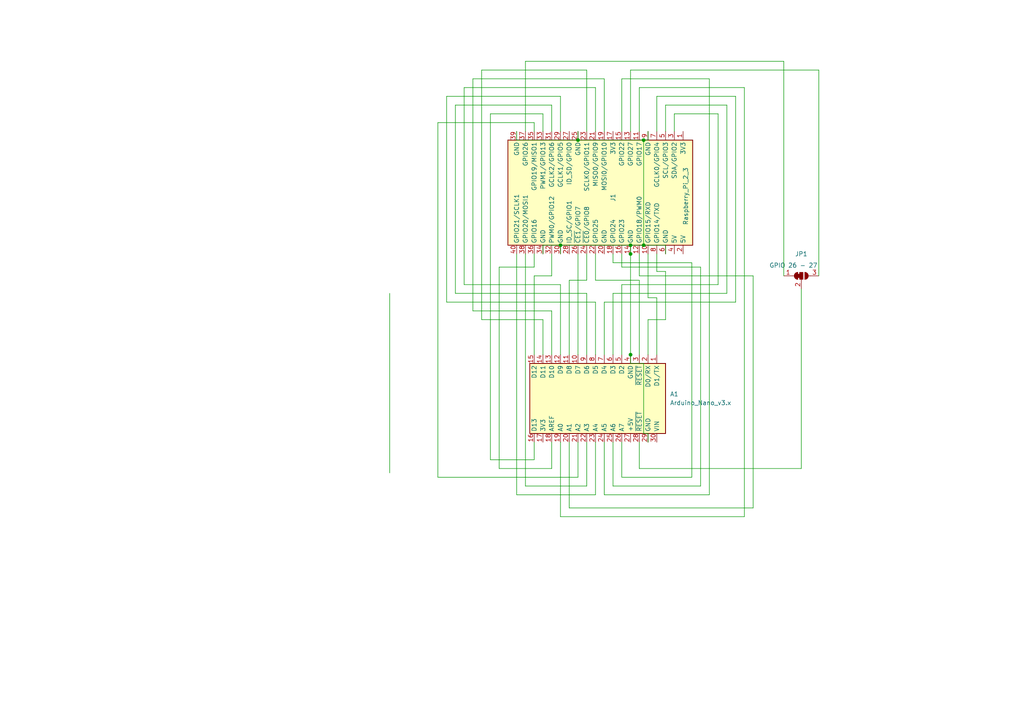
<source format=kicad_sch>
(kicad_sch (version 20231120) (generator "eeschema") (generator_version "8.0")
  (paper "A4")
  (lib_symbols
    (symbol "Arduino_Nano_v3.x_1"
      (property "Reference" "A4" (at -1.778 0 90))
      (property "Value" "Arduino_Nano_v3.x" (at 1.016 -6.096 90))
      (symbol "Arduino_Nano_v3.x_1_0_1"
        (rectangle (start -6.35 20.066) (end 6.35 -19.05) (stroke (width 0.254)) (fill (type background)))
      )
      (symbol "Arduino_Nano_v3.x_1_1_1"
        (pin bidirectional line (at -8.89 17.78 0) (length 2.54) (name "D1/TX") (number "1"))
        (pin bidirectional line (at -8.89 -5.08 0) (length 2.54) (name "D7") (number "10"))
        (pin bidirectional line (at -8.89 -7.62 0) (length 2.54) (name "D8") (number "11"))
        (pin bidirectional line (at -8.89 -10.16 0) (length 2.54) (name "D9") (number "12"))
        (pin bidirectional line (at -8.89 -12.7 0) (length 2.54) (name "D10") (number "13"))
        (pin bidirectional line (at -8.89 -15.24 0) (length 2.54) (name "D11") (number "14"))
        (pin bidirectional line (at -8.89 -17.78 0) (length 2.54) (name "D12") (number "15"))
        (pin bidirectional line (at 8.89 -17.78 180) (length 2.54) (name "D13") (number "16"))
        (pin power_out line (at 8.89 -15.24 180) (length 2.54) (name "3V3") (number "17"))
        (pin input line (at 8.89 -12.7 180) (length 2.54) (name "AREF") (number "18"))
        (pin bidirectional line (at 8.89 -10.16 180) (length 2.54) (name "A0") (number "19"))
        (pin bidirectional line (at -8.89 15.24 0) (length 2.54) (name "D0/RX") (number "2"))
        (pin bidirectional line (at 8.89 -7.62 180) (length 2.54) (name "A1") (number "20"))
        (pin bidirectional line (at 8.89 -5.08 180) (length 2.54) (name "A2") (number "21"))
        (pin bidirectional line (at 8.89 -2.54 180) (length 2.54) (name "A3") (number "22"))
        (pin bidirectional line (at 8.89 0 180) (length 2.54) (name "A4") (number "23"))
        (pin bidirectional line (at 8.89 2.54 180) (length 2.54) (name "A5") (number "24"))
        (pin bidirectional line (at 8.89 5.08 180) (length 2.54) (name "A6") (number "25"))
        (pin bidirectional line (at 8.89 7.62 180) (length 2.54) (name "A7") (number "26"))
        (pin power_out line (at 8.89 10.16 180) (length 2.54) (name "+5V") (number "27"))
        (pin input line (at 8.89 12.7 180) (length 2.54) (name "~{RESET}") (number "28"))
        (pin power_in line (at 8.89 15.24 180) (length 2.54) (name "GND") (number "29"))
        (pin input line (at -8.89 12.7 0) (length 2.54) (name "~{RESET}") (number "3"))
        (pin power_in line (at 8.89 17.78 180) (length 2.54) (name "VIN") (number "30"))
        (pin power_in line (at -8.89 10.16 0) (length 2.54) (name "GND") (number "4"))
        (pin bidirectional line (at -8.89 7.62 0) (length 2.54) (name "D2") (number "5"))
        (pin bidirectional line (at -8.89 5.08 0) (length 2.54) (name "D3") (number "6"))
        (pin bidirectional line (at -8.89 2.54 0) (length 2.54) (name "D4") (number "7"))
        (pin bidirectional line (at -8.89 0 0) (length 2.54) (name "D5") (number "8"))
        (pin bidirectional line (at -8.89 -2.54 0) (length 2.54) (name "D6") (number "9"))
      )
    )
    (symbol "Connector:Raspberry_Pi_2_3"
      (property "Reference" "J1" (at -47.3359 45.72 0))
      (property "Value" "Raspberry_Pi_2_3" (at -47.3359 43.18 0))
      (symbol "Raspberry_Pi_2_3_0_1"
        (rectangle (start -15.24 25.654) (end 15.24 -27.94) (stroke (width 0.254)) (fill (type background)))
      )
      (symbol "Raspberry_Pi_2_3_1_1"
        (pin power_in line (at -17.78 22.86 0) (length 2.54) (name "3V3") (number "1"))
        (pin bidirectional line (at 17.78 12.7 180) (length 2.54) (name "GPIO15/RXD") (number "10"))
        (pin bidirectional line (at -17.78 10.16 0) (length 2.54) (name "GPIO17") (number "11"))
        (pin bidirectional line (at 17.78 10.16 180) (length 2.54) (name "GPIO18/PWM0") (number "12"))
        (pin bidirectional line (at -17.78 7.62 0) (length 2.54) (name "GPIO27") (number "13"))
        (pin passive line (at 17.78 7.62 180) (length 2.54) (name "GND") (number "14"))
        (pin bidirectional line (at -17.78 5.08 0) (length 2.54) (name "GPIO22") (number "15"))
        (pin bidirectional line (at 17.78 5.08 180) (length 2.54) (name "GPIO23") (number "16"))
        (pin passive line (at -17.78 2.54 0) (length 2.54) (name "3V3") (number "17"))
        (pin bidirectional line (at 17.78 2.54 180) (length 2.54) (name "GPIO24") (number "18"))
        (pin bidirectional line (at -17.78 0 0) (length 2.54) (name "MOSI0/GPIO10") (number "19"))
        (pin power_in line (at 17.78 22.86 180) (length 2.54) (name "5V") (number "2"))
        (pin passive line (at 17.78 0 180) (length 2.54) (name "GND") (number "20"))
        (pin bidirectional line (at -17.78 -2.54 0) (length 2.54) (name "MISO0/GPIO9") (number "21"))
        (pin bidirectional line (at 17.78 -2.54 180) (length 2.54) (name "GPIO25") (number "22"))
        (pin bidirectional line (at -17.78 -5.08 0) (length 2.54) (name "SCLK0/GPIO11") (number "23"))
        (pin bidirectional line (at 17.78 -5.08 180) (length 2.54) (name "~{CE0}/GPIO8") (number "24"))
        (pin passive line (at -17.78 -7.62 0) (length 2.54) (name "GND") (number "25"))
        (pin bidirectional line (at 17.78 -7.62 180) (length 2.54) (name "~{CE1}/GPIO7") (number "26"))
        (pin bidirectional line (at -17.78 -10.16 0) (length 2.54) (name "ID_SD/GPIO0") (number "27"))
        (pin bidirectional line (at 17.78 -10.16 180) (length 2.54) (name "ID_SC/GPIO1") (number "28"))
        (pin bidirectional line (at -17.78 -12.7 0) (length 2.54) (name "GCLK1/GPIO5") (number "29"))
        (pin bidirectional line (at -17.78 20.32 0) (length 2.54) (name "SDA/GPIO2") (number "3"))
        (pin passive line (at 17.78 -12.7 180) (length 2.54) (name "GND") (number "30"))
        (pin bidirectional line (at -17.78 -15.24 0) (length 2.54) (name "GCLK2/GPIO6") (number "31"))
        (pin bidirectional line (at 17.78 -15.24 180) (length 2.54) (name "PWM0/GPIO12") (number "32"))
        (pin bidirectional line (at -17.78 -17.78 0) (length 2.54) (name "PWM1/GPIO13") (number "33"))
        (pin passive line (at 17.78 -17.78 180) (length 2.54) (name "GND") (number "34"))
        (pin bidirectional line (at -17.78 -20.32 0) (length 2.54) (name "GPIO19/MISO1") (number "35"))
        (pin bidirectional line (at 17.78 -20.32 180) (length 2.54) (name "GPIO16") (number "36"))
        (pin bidirectional line (at -17.78 -22.86 0) (length 2.54) (name "GPIO26") (number "37"))
        (pin bidirectional line (at 17.78 -22.86 180) (length 2.54) (name "GPIO20/MOSI1") (number "38"))
        (pin passive line (at -17.78 -25.4 0) (length 2.54) (name "GND") (number "39"))
        (pin passive line (at 17.78 20.32 180) (length 2.54) (name "5V") (number "4"))
        (pin bidirectional line (at 17.78 -25.4 180) (length 2.54) (name "GPIO21/SCLK1") (number "40"))
        (pin bidirectional line (at -17.78 17.78 0) (length 2.54) (name "SCL/GPIO3") (number "5"))
        (pin power_in line (at 17.78 17.78 180) (length 2.54) (name "GND") (number "6"))
        (pin bidirectional line (at -17.78 15.24 0) (length 2.54) (name "GCLK0/GPIO4") (number "7"))
        (pin bidirectional line (at 17.78 15.24 180) (length 2.54) (name "GPIO14/TXD") (number "8"))
        (pin passive line (at -17.78 12.7 0) (length 2.54) (name "GND") (number "9"))
      )
    )
    (symbol "Connector:TestPoint" (pin_numbers hide) (pin_names (offset 0.762) hide)
      (property "Reference" "TP" (at 0 6.858 0))
      (property "Value" "TestPoint" (at 0 5.08 0))
      (symbol "TestPoint_0_1"
        (circle (center 0 3.302) (radius 0.762))
      )
      (symbol "TestPoint_1_1"
        (pin passive line (at 0 0 90) (length 2.54) (name "1") (number "1"))
      )
    )
    (symbol "Connector_Generic:Conn_01x04" (pin_names (offset 1.016) hide)
      (property "Reference" "J" (at 0 5.08 0))
      (property "Value" "Conn_01x04" (at 0 -7.62 0))
      (symbol "Conn_01x04_1_1"
        (rectangle (start -1.27 -4.953) (end 0 -5.207) (stroke (width 0.1524)))
        (rectangle (start -1.27 -2.413) (end 0 -2.667) (stroke (width 0.1524)))
        (rectangle (start -1.27 0.127) (end 0 -0.127) (stroke (width 0.1524)))
        (rectangle (start -1.27 2.667) (end 0 2.413) (stroke (width 0.1524)))
        (rectangle (start -1.27 3.81) (end 1.27 -6.35) (stroke (width 0.254)) (fill (type background)))
        (pin passive line (at -5.08 2.54 0) (length 3.81) (name "Pin_1") (number "1"))
        (pin passive line (at -5.08 0 0) (length 3.81) (name "Pin_2") (number "2"))
        (pin passive line (at -5.08 -2.54 0) (length 3.81) (name "Pin_3") (number "3"))
        (pin passive line (at -5.08 -5.08 0) (length 3.81) (name "Pin_4") (number "4"))
      )
    )
    (symbol "Jumper:SolderJumper_2_Open" (pin_numbers hide) (pin_names (offset 0) hide) (exclude_from_sim yes) (in_bom no)
      (property "Reference" "JP" (at 0 2.032 0))
      (property "Value" "SolderJumper_2_Open" (at 0 -2.54 0))
      (symbol "SolderJumper_2_Open_0_1"
        (arc (start -0.254 1.016) (mid -1.2656 0) (end -0.254 -1.016))
        (arc (start -0.254 1.016) (mid -1.2656 0) (end -0.254 -1.016) (fill (type outline)))
        (polyline (pts (xy -0.254 1.016) (xy -0.254 -1.016)))
        (polyline (pts (xy 0.254 1.016) (xy 0.254 -1.016)))
        (arc (start 0.254 -1.016) (mid 1.2656 0) (end 0.254 1.016))
        (arc (start 0.254 -1.016) (mid 1.2656 0) (end 0.254 1.016) (fill (type outline)))
      )
      (symbol "SolderJumper_2_Open_1_1"
        (pin passive line (at -3.81 0 0) (length 2.54) (name "A") (number "1"))
        (pin passive line (at 3.81 0 180) (length 2.54) (name "B") (number "2"))
      )
    )
    (symbol "JumperlessSymbols:Arduino_Nano_v3.x"
      (property "Reference" "A1" (at -1.2701 21.59 90))
      (property "Value" "Arduino_Nano_v3.x" (at 1.2699 21.59 90))
      (symbol "Arduino_Nano_v3.x_0_1"
        (rectangle (start -10.16 20.32) (end 10.16 -19.05) (stroke (width 0.254)) (fill (type background)))
      )
      (symbol "Arduino_Nano_v3.x_1_1"
        (pin bidirectional line (at -12.7 17.78 0) (length 2.54) (name "D1/TX") (number "1"))
        (pin bidirectional line (at -12.7 -5.08 0) (length 2.54) (name "D7") (number "10"))
        (pin bidirectional line (at -12.7 -7.62 0) (length 2.54) (name "D8") (number "11"))
        (pin bidirectional line (at -12.7 -10.16 0) (length 2.54) (name "D9") (number "12"))
        (pin bidirectional line (at -12.7 -12.7 0) (length 2.54) (name "D10") (number "13"))
        (pin bidirectional line (at -12.7 -15.24 0) (length 2.54) (name "D11") (number "14"))
        (pin bidirectional line (at -12.7 -17.78 0) (length 2.54) (name "D12") (number "15"))
        (pin bidirectional line (at 12.7 -17.78 180) (length 2.54) (name "D13") (number "16"))
        (pin power_out line (at 12.7 -15.24 180) (length 2.54) (name "3V3") (number "17"))
        (pin input line (at 12.7 -12.7 180) (length 2.54) (name "AREF") (number "18"))
        (pin bidirectional line (at 12.7 -10.16 180) (length 2.54) (name "A0") (number "19"))
        (pin bidirectional line (at -12.7 15.24 0) (length 2.54) (name "D0/RX") (number "2"))
        (pin bidirectional line (at 12.7 -7.62 180) (length 2.54) (name "A1") (number "20"))
        (pin bidirectional line (at 12.7 -5.08 180) (length 2.54) (name "A2") (number "21"))
        (pin bidirectional line (at 12.7 -2.54 180) (length 2.54) (name "A3") (number "22"))
        (pin bidirectional line (at 12.7 0 180) (length 2.54) (name "A4") (number "23"))
        (pin bidirectional line (at 12.7 2.54 180) (length 2.54) (name "A5") (number "24"))
        (pin bidirectional line (at 12.7 5.08 180) (length 2.54) (name "A6") (number "25"))
        (pin bidirectional line (at 12.7 7.62 180) (length 2.54) (name "A7") (number "26"))
        (pin power_out line (at 12.7 10.16 180) (length 2.54) (name "+5V") (number "27"))
        (pin input line (at 12.7 12.7 180) (length 2.54) (name "~{RESET}") (number "28"))
        (pin power_in line (at 12.7 15.24 180) (length 2.54) (name "GND") (number "29"))
        (pin input line (at -12.7 12.7 0) (length 2.54) (name "~{RESET}") (number "3"))
        (pin power_in line (at 12.7 17.78 180) (length 2.54) (name "VIN") (number "30"))
        (pin power_in line (at -12.7 10.16 0) (length 2.54) (name "GND") (number "4"))
        (pin bidirectional line (at -12.7 7.62 0) (length 2.54) (name "D2") (number "5"))
        (pin bidirectional line (at -12.7 5.08 0) (length 2.54) (name "D3") (number "6"))
        (pin bidirectional line (at -12.7 2.54 0) (length 2.54) (name "D4") (number "7"))
        (pin bidirectional line (at -12.7 0 0) (length 2.54) (name "D5") (number "8"))
        (pin bidirectional line (at -12.7 -2.54 0) (length 2.54) (name "D6") (number "9"))
      )
    )
    (symbol "JumperlessSymbols:SolderJumper_3_Bridged12" (pin_names (offset 0) hide) (exclude_from_sim yes) (in_bom no)
      (property "Reference" "JP" (at -2.54 -2.54 0))
      (property "Value" "SolderJumper_3_Bridged12" (at 0 2.794 0))
      (symbol "SolderJumper_3_Bridged12_0_1"
        (rectangle (start -1.016 0.508) (end -0.508 -0.508) (fill (type outline)))
        (arc (start -1.016 1.016) (mid -2.0276 0) (end -1.016 -1.016))
        (arc (start -1.016 1.016) (mid -2.0276 0) (end -1.016 -1.016) (fill (type outline)))
        (rectangle (start -0.508 1.016) (end 0.508 -1.016) (fill (type outline)))
        (polyline (pts (xy -2.54 0) (xy -2.032 0)))
        (polyline (pts (xy -1.016 1.016) (xy -1.016 -1.016)))
        (polyline (pts (xy 0 -1.27) (xy 0 -1.016)))
        (polyline (pts (xy 1.016 1.016) (xy 1.016 -1.016)))
        (polyline (pts (xy 2.54 0) (xy 2.032 0)))
        (arc (start 1.016 -1.016) (mid 2.0276 0) (end 1.016 1.016))
        (arc (start 1.016 -1.016) (mid 2.0276 0) (end 1.016 1.016) (fill (type outline)))
      )
      (symbol "SolderJumper_3_Bridged12_1_1"
        (pin passive line (at -5.08 0 0) (length 2.54) (name "A") (number "1"))
        (pin passive line (at 0 -3.81 90) (length 2.54) (name "C") (number "2"))
        (pin passive line (at 5.08 0 180) (length 2.54) (name "B") (number "3"))
      )
    )
  )
  (junction (at 41.91 -83.82))
  (junction (at 31.75 -53.34))
  (junction (at 39.37 -74.93))
  (junction (at 114.3 -46.99))
  (junction (at 24.13 -74.93))
  (junction (at 24.13 -53.34))
  (junction (at 26.67 -53.34))
  (junction (at 21.59 -53.34))
  (junction (at 19.05 -71.12))
  (junction (at 19.05 -49.53))
  (junction (at 29.21 -74.93))
  (junction (at 182.88 73.66))
  (junction (at 167.64 40.64))
  (junction (at 41.91 -74.93))
  (junction (at 54.61 -71.12))
  (junction (at 186.69 71.12))
  (junction (at 26.67 -91.44))
  (junction (at 24.13 -71.12))
  (junction (at 19.05 -74.93))
  (junction (at 36.83 -53.34))
  (junction (at 52.07 -71.12))
  (junction (at 90.17 -46.99))
  (junction (at 54.61 -74.93))
  (junction (at 39.37 -83.82))
  (junction (at 34.29 -53.34))
  (junction (at 21.59 -74.93))
  (junction (at 46.99 -3.81))
  (junction (at 39.37 -71.12))
  (junction (at 162.56 71.12))
  (junction (at 44.45 -74.93))
  (junction (at 36.83 -49.53))
  (junction (at 125.73 -44.45))
  (junction (at 21.59 -71.12))
  (junction (at 44.45 -49.53))
  (junction (at 36.83 -83.82))
  (junction (at 123.19 -86.36))
  (junction (at 49.53 -53.34))
  (junction (at 26.67 -74.93))
  (junction (at 44.45 -71.12))
  (junction (at 45.72 -66.04))
  (junction (at 31.75 -71.12))
  (junction (at 120.65 -88.9))
  (junction (at 34.29 -71.12))
  (junction (at 34.29 -74.93))
  (junction (at 34.29 -49.53))
  (junction (at 41.91 -53.34))
  (junction (at 46.99 -74.93))
  (junction (at 114.3 -77.47))
  (junction (at 21.59 -91.44))
  (junction (at 77.47 -80.01))
  (junction (at 31.75 -49.53))
  (junction (at 54.61 -53.34))
  (junction (at 110.49 -46.99))
  (junction (at 24.13 -49.53))
  (junction (at 46.99 -53.34))
  (junction (at 24.13 -91.44))
  (junction (at 26.67 -71.12))
  (junction (at 46.99 -71.12))
  (junction (at 19.05 -91.44))
  (junction (at 95.25 -77.47))
  (junction (at 186.69 40.64))
  (junction (at 39.37 -53.34))
  (junction (at 19.05 -53.34))
  (junction (at 182.88 102.87))
  (junction (at 29.21 -53.34))
  (junction (at 26.67 -49.53))
  (junction (at 41.91 -71.12))
  (junction (at 182.88 71.12))
  (junction (at 49.53 -71.12))
  (junction (at 29.21 -71.12))
  (junction (at 39.37 -49.53))
  (junction (at 41.91 -49.53))
  (junction (at 36.83 -74.93))
  (junction (at 36.83 -71.12))
  (junction (at 31.75 -74.93))
  (junction (at 52.07 -53.34))
  (junction (at 29.21 -49.53))
  (junction (at 44.45 -83.82))
  (junction (at 44.45 -53.34))
  (junction (at 52.07 -74.93))
  (wire (pts (xy 120.65 -88.9) (xy 41.91 -88.9)))
  (wire (pts (xy 170.18 20.32) (xy 139.7 20.32)))
  (wire (pts (xy -11.43 -123.19) (xy 123.19 -123.19)))
  (wire (pts (xy 113.03 -44.45) (xy 113.03 -38.1)))
  (wire (pts (xy 218.44 80.01) (xy 218.44 147.32)))
  (wire (pts (xy 185.42 80.01) (xy 218.44 80.01)))
  (wire (pts (xy 165.1 147.32) (xy 165.1 128.27)))
  (wire (pts (xy 193.04 73.66) (xy 193.04 71.12)))
  (wire (pts (xy 132.08 85.09) (xy 170.18 85.09)))
  (wire (pts (xy 118.11 -91.44) (xy 39.37 -91.44)))
  (wire (pts (xy 21.59 -91.44) (xy 21.59 -74.93)))
  (wire (pts (xy 45.72 -72.39) (xy 45.72 -66.04)))
  (wire (pts (xy -15.24 -120.65) (xy 120.65 -120.65)))
  (wire (pts (xy 195.58 33.02) (xy 208.28 33.02)))
  (wire (pts (xy 215.9 149.86) (xy 162.56 149.86)))
  (wire (pts (xy 118.11 -80.01) (xy 118.11 -91.44)))
  (wire (pts (xy 195.58 38.1) (xy 195.58 33.02)))
  (wire (pts (xy 162.56 71.12) (xy 182.88 71.12)))
  (wire (pts (xy 149.86 38.1) (xy 149.86 40.64)))
  (wire (pts (xy 127 35.56) (xy 127 138.43)))
  (wire (pts (xy 60.96 -77.47) (xy 52.07 -77.47)))
  (wire (pts (xy 115.57 -43.18) (xy 63.5 -43.18)))
  (wire (pts (xy 52.07 -77.47) (xy 52.07 -74.93)))
  (wire (pts (xy 210.82 85.09) (xy 177.8 85.09)))
  (wire (pts (xy 177.8 73.66) (xy 177.8 76.2)))
  (wire (pts (xy 232.41 135.89) (xy 185.42 135.89)))
  (wire (pts (xy 120.65 -44.45) (xy 120.65 -46.99)))
  (wire (pts (xy 107.95 -99.06) (xy 31.75 -99.06)))
  (wire (pts (xy 105.41 -44.45) (xy 105.41 -33.02)))
  (wire (pts (xy 115.57 -44.45) (xy 115.57 -43.18)))
  (wire (pts (xy 113.03 -80.01) (xy 113.03 -93.98)))
  (wire (pts (xy 213.36 27.94) (xy 213.36 87.63)))
  (wire (pts (xy 172.72 143.51) (xy 172.72 128.27)))
  (wire (pts (xy 102.87 -101.6) (xy 29.21 -101.6)))
  (wire (pts (xy 180.34 77.47) (xy 203.2 77.47)))
  (wire (pts (xy 185.42 81.28) (xy 185.42 102.87)))
  (wire (pts (xy 100.33 -44.45) (xy 100.33 -30.48)))
  (wire (pts (xy 46.99 -72.39) (xy 45.72 -72.39)))
  (wire (pts (xy 46.99 -85.09) (xy 46.99 -74.93)))
  (wire (pts (xy -15.24 -62.23) (xy -15.24 -120.65)))
  (wire (pts (xy 50.8 -52.07) (xy 52.07 -52.07)))
  (wire (pts (xy 154.94 77.47) (xy 144.78 77.47)))
  (wire (pts (xy 19.05 -49.53) (xy 19.05 -15.24)))
  (wire (pts (xy 129.54 87.63) (xy 172.72 87.63)))
  (wire (pts (xy 24.13 -106.68) (xy 24.13 -91.44)))
  (wire (pts (xy 152.4 140.97) (xy 170.18 140.97)))
  (wire (pts (xy 85.09 -46.99) (xy 90.17 -46.99)))
  (wire (pts (xy 36.83 -93.98) (xy 36.83 -83.82)))
  (wire (pts (xy 167.64 40.64) (xy 186.69 40.64)))
  (wire (pts (xy 87.63 -82.55) (xy 49.53 -82.55)))
  (wire (pts (xy 218.44 147.32) (xy 165.1 147.32)))
  (wire (pts (xy 180.34 73.66) (xy 180.34 77.47)))
  (wire (pts (xy 205.74 22.86) (xy 205.74 143.51)))
  (wire (pts (xy 44.45 -83.82) (xy 44.45 -74.93)))
  (wire (pts (xy 129.54 27.94) (xy 129.54 87.63)))
  (wire (pts (xy 5.08 -39.37) (xy 21.59 -39.37)))
  (wire (pts (xy 139.7 20.32) (xy 139.7 92.71)))
  (wire (pts (xy 95.25 -80.01) (xy 95.25 -77.47)))
  (wire (pts (xy 120.65 -46.99) (xy 114.3 -46.99)))
  (wire (pts (xy 29.21 -22.86) (xy 29.21 -49.53)))
  (wire (pts (xy 24.13 -74.93) (xy 24.13 -71.12)))
  (wire (pts (xy 175.26 143.51) (xy 175.26 128.27)))
  (wire (pts (xy 162.56 27.94) (xy 129.54 27.94)))
  (wire (pts (xy 185.42 135.89) (xy 185.42 128.27)))
  (wire (pts (xy 167.64 73.66) (xy 167.64 102.87)))
  (wire (pts (xy 210.82 30.48) (xy 210.82 85.09)))
  (wire (pts (xy 187.96 92.71) (xy 187.96 102.87)))
  (wire (pts (xy 149.86 40.64) (xy 167.64 40.64)))
  (wire (pts (xy 60.96 -40.64) (xy 60.96 -77.47)))
  (wire (pts (xy 200.66 138.43) (xy 180.34 138.43)))
  (wire (pts (xy 123.19 -44.45) (xy 125.73 -44.45)))
  (wire (pts (xy 190.5 27.94) (xy 213.36 27.94)))
  (wire (pts (xy -5.08 -39.37) (xy -8.89 -39.37)))
  (wire (pts (xy -11.43 -59.69) (xy -20.32 -59.69)))
  (wire (pts (xy 149.86 73.66) (xy 149.86 143.51)))
  (wire (pts (xy 154.94 73.66) (xy 154.94 77.47)))
  (wire (pts (xy 113.03 -38.1) (xy 44.45 -38.1)))
  (wire (pts (xy 160.02 73.66) (xy 160.02 80.01)))
  (wire (pts (xy 90.17 -44.45) (xy 90.17 -46.99)))
  (wire (pts (xy 237.49 20.32) (xy 237.49 80.01)))
  (wire (pts (xy 167.64 138.43) (xy 167.64 128.27)))
  (wire (pts (xy 36.83 -53.34) (xy 36.83 -49.53)))
  (wire (pts (xy 31.75 -74.93) (xy 31.75 -71.12)))
  (wire (pts (xy 180.34 138.43) (xy 180.34 128.27)))
  (wire (pts (xy 190.5 73.66) (xy 190.5 78.74)))
  (wire (pts (xy 200.66 76.2) (xy 200.66 138.43)))
  (wire (pts (xy 90.17 -83.82) (xy 71.12 -83.82)))
  (wire (pts (xy 139.7 92.71) (xy 157.48 92.71)))
  (wire (pts (xy 118.11 -40.64) (xy 60.96 -40.64)))
  (wire (pts (xy 15.24 -66.04) (xy 45.72 -66.04)))
  (wire (pts (xy 107.95 -44.45) (xy 107.95 -35.56)))
  (wire (pts (xy -11.43 -62.23) (xy -15.24 -62.23)))
  (wire (pts (xy 54.61 -74.93) (xy 54.61 -71.12)))
  (wire (pts (xy 215.9 25.4) (xy 215.9 149.86)))
  (wire (pts (xy 95.25 -25.4) (xy 31.75 -25.4)))
  (wire (pts (xy 180.34 38.1) (xy 180.34 22.86)))
  (wire (pts (xy 54.61 -52.07) (xy 53.34 -52.07)))
  (wire (pts (xy 44.45 -74.93) (xy 44.45 -71.12)))
  (wire (pts (xy 165.1 81.28) (xy 165.1 102.87)))
  (wire (pts (xy 190.5 78.74) (xy 193.04 78.74)))
  (wire (pts (xy 185.42 25.4) (xy 215.9 25.4)))
  (wire (pts (xy 144.78 77.47) (xy 144.78 135.89)))
  (wire (pts (xy 175.26 87.63) (xy 175.26 102.87)))
  (wire (pts (xy 85.09 -44.45) (xy 85.09 -46.99)))
  (wire (pts (xy 71.12 -83.82) (xy 71.12 -46.99)))
  (wire (pts (xy 170.18 81.28) (xy 165.1 81.28)))
  (wire (pts (xy 110.49 -46.99) (xy 110.49 -44.45)))
  (wire (pts (xy 172.72 87.63) (xy 172.72 102.87)))
  (wire (pts (xy 110.49 -96.52) (xy 34.29 -96.52)))
  (wire (pts (xy 95.25 -44.45) (xy 95.25 -25.4)))
  (wire (pts (xy 31.75 -25.4) (xy 31.75 -49.53)))
  (wire (pts (xy 115.57 -80.01) (xy 115.57 -77.47)))
  (wire (pts (xy 85.09 -80.01) (xy 85.09 -109.22)))
  (wire (pts (xy 85.09 -109.22) (xy 21.59 -109.22)))
  (wire (pts (xy 160.02 80.01) (xy 154.94 80.01)))
  (wire (pts (xy 113.03 -93.98) (xy 36.83 -93.98)))
  (wire (pts (xy 95.25 -77.47) (xy 114.3 -77.47)))
  (wire (pts (xy 175.26 38.1) (xy 175.26 22.86)))
  (wire (pts (xy 132.08 30.48) (xy 132.08 85.09)))
  (wire (pts (xy 41.91 -74.93) (xy 41.91 -71.12)))
  (wire (pts (xy 167.64 38.1) (xy 167.64 40.64)))
  (wire (pts (xy 154.94 133.35) (xy 154.94 128.27)))
  (wire (pts (xy 154.94 38.1) (xy 154.94 35.56)))
  (wire (pts (xy 190.5 38.1) (xy 190.5 27.94)))
  (wire (pts (xy 45.72 -66.04) (xy 45.72 -63.5)))
  (wire (pts (xy 118.11 -44.45) (xy 118.11 -40.64)))
  (wire (pts (xy 142.24 33.02) (xy 142.24 133.35)))
  (wire (pts (xy 110.49 -46.99) (xy 114.3 -46.99)))
  (wire (pts (xy 144.78 135.89) (xy 160.02 135.89)))
  (wire (pts (xy -11.43 -57.15) (xy -11.43 -49.53)))
  (wire (pts (xy 157.48 92.71) (xy 157.48 102.87)))
  (wire (pts (xy 19.05 -91.44) (xy 19.05 -74.93)))
  (wire (pts (xy 227.33 17.78) (xy 227.33 80.01)))
  (wire (pts (xy 162.56 73.66) (xy 162.56 71.12)))
  (wire (pts (xy 182.88 102.87) (xy 182.88 105.41)))
  (wire (pts (xy 49.53 -82.55) (xy 49.53 -74.93)))
  (wire (pts (xy 36.83 -30.48) (xy 36.83 -49.53)))
  (wire (pts (xy 152.4 73.66) (xy 152.4 140.97)))
  (wire (pts (xy 34.29 -96.52) (xy 34.29 -74.93)))
  (wire (pts (xy 26.67 -91.44) (xy 26.67 -74.93)))
  (wire (pts (xy 170.18 38.1) (xy 170.18 20.32)))
  (wire (pts (xy -11.43 -49.53) (xy 15.24 -49.53)))
  (wire (pts (xy 162.56 82.55) (xy 162.56 102.87)))
  (wire (pts (xy 134.62 82.55) (xy 162.56 82.55)))
  (wire (pts (xy 97.79 -80.01) (xy 97.79 -106.68)))
  (wire (pts (xy 52.07 -52.07) (xy 52.07 -49.53)))
  (wire (pts (xy 182.88 20.32) (xy 237.49 20.32)))
  (wire (pts (xy 187.96 125.73) (xy 186.69 125.73)))
  (wire (pts (xy 36.83 -83.82) (xy 36.83 -74.93)))
  (wire (pts (xy 26.67 -104.14) (xy 26.67 -91.44)))
  (wire (pts (xy 187.96 38.1) (xy 187.96 40.64)))
  (wire (pts (xy 232.41 83.82) (xy 232.41 135.89)))
  (wire (pts (xy 187.96 128.27) (xy 187.96 125.73)))
  (wire (pts (xy 177.8 85.09) (xy 177.8 102.87)))
  (wire (pts (xy 110.49 -80.01) (xy 110.49 -96.52)))
  (wire (pts (xy 160.02 30.48) (xy 132.08 30.48)))
  (wire (pts (xy 157.48 73.66) (xy 157.48 71.12)))
  (wire (pts (xy 157.48 71.12) (xy 162.56 71.12)))
  (wire (pts (xy 39.37 -83.82) (xy 39.37 -74.93)))
  (wire (pts (xy 182.88 38.1) (xy 182.88 20.32)))
  (wire (pts (xy 152.4 17.78) (xy 227.33 17.78)))
  (wire (pts (xy 160.02 38.1) (xy 160.02 30.48)))
  (wire (pts (xy 80.01 -44.45) (xy 80.01 -17.78)))
  (wire (pts (xy 36.83 -74.93) (xy 36.83 -71.12)))
  (wire (pts (xy 54.61 -52.07) (xy 54.61 -49.53)))
  (wire (pts (xy 49.53 -46.99) (xy 49.53 -49.53)))
  (wire (pts (xy 77.47 -77.47) (xy 95.25 -77.47)))
  (wire (pts (xy 34.29 -27.94) (xy 34.29 -49.53)))
  (wire (pts (xy 123.19 -86.36) (xy 44.45 -86.36)))
  (wire (pts (xy 125.73 -3.81) (xy 123.19 -3.81)))
  (wire (pts (xy 77.47 -80.01) (xy 77.47 -77.47)))
  (wire (pts (xy 193.04 38.1) (xy 193.04 30.48)))
  (wire (pts (xy 90.17 -46.99) (xy 110.49 -46.99)))
  (wire (pts (xy 80.01 -17.78) (xy 24.13 -17.78)))
  (wire (pts (xy 87.63 -22.86) (xy 29.21 -22.86)))
  (wire (pts (xy 90.17 -80.01) (xy 90.17 -83.82)))
  (wire (pts (xy 137.16 90.17) (xy 160.02 90.17)))
  (wire (pts (xy 41.91 -83.82) (xy 41.91 -74.93)))
  (wire (pts (xy 115.57 -77.47) (xy 114.3 -77.47)))
  (wire (pts (xy 46.99 -49.53) (xy 46.99 -3.81)))
  (wire (pts (xy 26.67 -53.34) (xy 26.67 -49.53)))
  (wire (pts (xy 24.13 -91.44) (xy 24.13 -74.93)))
  (wire (pts (xy 182.88 73.66) (xy 182.88 102.87)))
  (wire (pts (xy 100.33 -104.14) (xy 26.67 -104.14)))
  (wire (pts (xy 87.63 -80.01) (xy 87.63 -82.55)))
  (wire (pts (xy 41.91 -53.34) (xy 41.91 -49.53)))
  (wire (pts (xy 134.62 25.4) (xy 134.62 82.55)))
  (wire (pts (xy 19.05 -111.76) (xy 19.05 -91.44)))
  (wire (pts (xy 149.86 143.51) (xy 172.72 143.51)))
  (wire (pts (xy 34.29 -53.34) (xy 34.29 -49.53)))
  (wire (pts (xy 44.45 -53.34) (xy 44.45 -49.53)))
  (wire (pts (xy 63.5 -43.18) (xy 63.5 -78.74)))
  (wire (pts (xy 46.99 -3.81) (xy 115.57 -3.81)))
  (wire (pts (xy 170.18 85.09) (xy 170.18 102.87)))
  (wire (pts (xy 125.73 -44.45) (xy 125.73 -3.81)))
  (wire (pts (xy 177.8 76.2) (xy 200.66 76.2)))
  (wire (pts (xy -11.43 -64.77) (xy -11.43 -123.19)))
  (wire (pts (xy 26.67 -20.32) (xy 26.67 -49.53)))
  (wire (pts (xy 29.21 -53.34) (xy 29.21 -49.53)))
  (wire (pts (xy 77.47 -85.09) (xy 46.99 -85.09)))
  (wire (pts (xy 193.04 78.74) (xy 193.04 92.71)))
  (wire (pts (xy 24.13 -53.34) (xy 24.13 -49.53)))
  (wire (pts (xy 100.33 -30.48) (xy 36.83 -30.48)))
  (wire (pts (xy 162.56 128.27) (xy 162.56 149.86)))
  (wire (pts (xy 172.72 25.4) (xy 134.62 25.4)))
  (wire (pts (xy 107.95 -35.56) (xy 41.91 -35.56)))
  (wire (pts (xy 24.13 -17.78) (xy 24.13 -49.53)))
  (wire (pts (xy 77.47 -44.45) (xy 77.47 -15.24)))
  (wire (pts (xy 113.03 85.09) (xy 113.03 137.16)))
  (wire (pts (xy 186.69 125.73) (xy 186.69 105.41)))
  (wire (pts (xy 185.42 38.1) (xy 185.42 25.4)))
  (wire (pts (xy 182.88 71.12) (xy 186.69 71.12)))
  (wire (pts (xy 54.61 -78.74) (xy 54.61 -74.93)))
  (wire (pts (xy 203.2 140.97) (xy 177.8 140.97)))
  (wire (pts (xy 186.69 105.41) (xy 182.88 105.41)))
  (wire (pts (xy 100.33 -80.01) (xy 100.33 -104.14)))
  (wire (pts (xy 39.37 -53.34) (xy 39.37 -49.53)))
  (wire (pts (xy 63.5 -78.74) (xy 54.61 -78.74)))
  (wire (pts (xy 87.63 -44.45) (xy 87.63 -22.86)))
  (wire (pts (xy 170.18 73.66) (xy 170.18 81.28)))
  (wire (pts (xy 154.94 80.01) (xy 154.94 102.87)))
  (wire (pts (xy 19.05 -74.93) (xy 19.05 -71.12)))
  (wire (pts (xy 175.26 22.86) (xy 137.16 22.86)))
  (wire (pts (xy 193.04 30.48) (xy 210.82 30.48)))
  (wire (pts (xy 45.72 -63.5) (xy 50.8 -63.5)))
  (wire (pts (xy 170.18 140.97) (xy 170.18 128.27)))
  (wire (pts (xy 190.5 86.36) (xy 187.96 86.36)))
  (wire (pts (xy 82.55 -20.32) (xy 26.67 -20.32)))
  (wire (pts (xy 52.07 -74.93) (xy 52.07 -71.12)))
  (wire (pts (xy 34.29 -74.93) (xy 34.29 -71.12)))
  (wire (pts (xy 180.34 22.86) (xy 205.74 22.86)))
  (wire (pts (xy 21.59 -39.37) (xy 21.59 -49.53)))
  (wire (pts (xy 185.42 73.66) (xy 185.42 80.01)))
  (wire (pts (xy 82.55 -80.01) (xy 82.55 -111.76)))
  (wire (pts (xy 82.55 -44.45) (xy 82.55 -20.32)))
  (wire (pts (xy 97.79 -27.94) (xy 34.29 -27.94)))
  (wire (pts (xy 44.45 -38.1) (xy 44.45 -49.53)))
  (wire (pts (xy 31.75 -53.34) (xy 31.75 -49.53)))
  (wire (pts (xy 182.88 71.12) (xy 182.88 73.66)))
  (wire (pts (xy 71.12 -46.99) (xy 49.53 -46.99)))
  (wire (pts (xy 82.55 -111.76) (xy 19.05 -111.76)))
  (wire (pts (xy 39.37 -91.44) (xy 39.37 -83.82)))
  (wire (pts (xy -20.32 -59.69) (xy -20.32 -43.18)))
  (wire (pts (xy 208.28 33.02) (xy 208.28 82.55)))
  (wire (pts (xy 203.2 77.47) (xy 203.2 140.97)))
  (wire (pts (xy 120.65 -80.01) (xy 120.65 -88.9)))
  (wire (pts (xy 208.28 82.55) (xy 180.34 82.55)))
  (wire (pts (xy 102.87 -80.01) (xy 102.87 -101.6)))
  (wire (pts (xy 41.91 -35.56) (xy 41.91 -49.53)))
  (wire (pts (xy 127 138.43) (xy 167.64 138.43)))
  (wire (pts (xy 39.37 -33.02) (xy 39.37 -49.53)))
  (wire (pts (xy 120.65 -120.65) (xy 120.65 -88.9)))
  (wire (pts (xy 97.79 -44.45) (xy 97.79 -27.94)))
  (wire (pts (xy 50.8 -63.5) (xy 50.8 -52.07)))
  (wire (pts (xy 41.91 -88.9) (xy 41.91 -83.82)))
  (wire (pts (xy 105.41 -33.02) (xy 39.37 -33.02)))
  (wire (pts (xy 162.56 38.1) (xy 162.56 27.94)))
  (wire (pts (xy 44.45 -86.36) (xy 44.45 -83.82)))
  (wire (pts (xy 39.37 -74.93) (xy 39.37 -71.12)))
  (wire (pts (xy 137.16 22.86) (xy 137.16 90.17)))
  (wire (pts (xy 19.05 -15.24) (xy 77.47 -15.24)))
  (wire (pts (xy 107.95 -80.01) (xy 107.95 -99.06)))
  (wire (pts (xy 31.75 -99.06) (xy 31.75 -74.93)))
  (wire (pts (xy 123.19 -123.19) (xy 123.19 -86.36)))
  (wire (pts (xy -8.89 -3.81) (xy 46.99 -3.81)))
  (wire (pts (xy 190.5 102.87) (xy 190.5 86.36)))
  (wire (pts (xy 46.99 -74.93) (xy 46.99 -72.39)))
  (wire (pts (xy 172.72 81.28) (xy 185.42 81.28)))
  (wire (pts (xy 160.02 135.89) (xy 160.02 128.27)))
  (wire (pts (xy 172.72 38.1) (xy 172.72 25.4)))
  (wire (pts (xy 21.59 -74.93) (xy 21.59 -71.12)))
  (wire (pts (xy 97.79 -106.68) (xy 24.13 -106.68)))
  (wire (pts (xy 172.72 73.66) (xy 172.72 81.28)))
  (wire (pts (xy 29.21 -74.93) (xy 29.21 -71.12)))
  (wire (pts (xy 180.34 82.55) (xy 180.34 102.87)))
  (wire (pts (xy 142.24 133.35) (xy 154.94 133.35)))
  (wire (pts (xy 193.04 92.71) (xy 187.96 92.71)))
  (wire (pts (xy 152.4 38.1) (xy 152.4 17.78)))
  (wire (pts (xy 21.59 -109.22) (xy 21.59 -91.44)))
  (wire (pts (xy 127 35.56) (xy 154.94 35.56)))
  (wire (pts (xy 26.67 -74.93) (xy 26.67 -71.12)))
  (wire (pts (xy 187.96 40.64) (xy 186.69 40.64)))
  (wire (pts (xy -8.89 -39.37) (xy -8.89 -3.81)))
  (wire (pts (xy 19.05 -53.34) (xy 19.05 -49.53)))
  (wire (pts (xy -20.32 -43.18) (xy 0 -43.18)))
  (wire (pts (xy 187.96 86.36) (xy 187.96 73.66)))
  (wire (pts (xy 157.48 38.1) (xy 157.48 33.02)))
  (wire (pts (xy 29.21 -101.6) (xy 29.21 -74.93)))
  (wire (pts (xy 177.8 140.97) (xy 177.8 128.27)))
  (wire (pts (xy 157.48 33.02) (xy 142.24 33.02)))
  (wire (pts (xy 15.24 -49.53) (xy 15.24 -66.04)))
  (wire (pts (xy 77.47 -80.01) (xy 77.47 -85.09)))
  (wire (pts (xy 213.36 87.63) (xy 175.26 87.63)))
  (wire (pts (xy 205.74 143.51) (xy 175.26 143.51)))
  (wire (pts (xy 160.02 90.17) (xy 160.02 102.87)))
  (wire (pts (xy 114.3 -77.47) (xy 114.3 -46.99)))
  (wire (pts (xy 186.69 40.64) (xy 186.69 71.12)))
  (wire (pts (xy 123.19 -80.01) (xy 123.19 -86.36)))
  (wire (pts (xy 193.04 71.12) (xy 186.69 71.12)))
  (global_label "22" (shape input) (at 52.07 -143.51 0) (property "Intersheetrefs" "${INTERSHEET_REFS}" (effects (hide yes))))
  (global_label "rx" (shape input) (at 52.07 -148.59 0) (property "Intersheetrefs" "${INTERSHEET_REFS}" (effects (hide yes))))
  (global_label "rx" (shape input) (at 52.07 -77.47 90) (property "Intersheetrefs" "${INTERSHEET_REFS}" (effects (hide yes))))
  (global_label "23" (shape input) (at 36.83 -45.72 270) (property "Intersheetrefs" "${INTERSHEET_REFS}" (effects (hide yes))))
  (global_label "21" (shape input) (at 31.75 -45.72 270) (property "Intersheetrefs" "${INTERSHEET_REFS}" (effects (hide yes))))
  (global_label "24" (shape input) (at 39.37 -45.72 270) (property "Intersheetrefs" "${INTERSHEET_REFS}" (effects (hide yes))))
  (global_label "26" (shape input) (at 44.45 -45.72 270) (property "Intersheetrefs" "${INTERSHEET_REFS}" (effects (hide yes))))
  (global_label "23" (shape input) (at 52.07 -146.05 0) (property "Intersheetrefs" "${INTERSHEET_REFS}" (effects (hide yes))))
  (global_label "tx" (shape input) (at 76.2 -148.59 0) (property "Intersheetrefs" "${INTERSHEET_REFS}" (effects (hide yes))))
  (global_label "25" (shape input) (at 76.2 -143.51 0) (property "Intersheetrefs" "${INTERSHEET_REFS}" (effects (hide yes))))
  (global_label "tx" (shape input) (at 63.5 -77.47 0) (property "Intersheetrefs" "${INTERSHEET_REFS}" (effects (hide yes))))
  (global_label "24" (shape input) (at 76.2 -140.97 0) (property "Intersheetrefs" "${INTERSHEET_REFS}" (effects (hide yes))))
  (global_label "25" (shape input) (at 41.91 -45.72 270) (property "Intersheetrefs" "${INTERSHEET_REFS}" (effects (hide yes))))
  (global_label "22" (shape input) (at 34.29 -45.72 270) (property "Intersheetrefs" "${INTERSHEET_REFS}" (effects (hide yes))))
  (global_label "26" (shape input) (at 76.2 -146.05 0) (property "Intersheetrefs" "${INTERSHEET_REFS}" (effects (hide yes))))
  (global_label "21" (shape input) (at 52.07 -140.97 0) (property "Intersheetrefs" "${INTERSHEET_REFS}" (effects (hide yes))))
  (symbol (lib_id "Connector_Generic:Conn_01x04") (at -6.35 -62.23 0) (unit 1)
    (property "Reference" "J3" (at -2.54 -62.2301 0) (effects (justify left)))
    (property "Value" "Conn_01x04" (at -2.54 -59.6901 0) (effects (justify left)))
    (property "Footprint" "Connector_PinHeader_2.54mm:PinHeader_1x04_P2.54mm_Vertical" (effects (hide yes)))
    (property "Description" "Generic connector, single row, 01x04, script generated (kicad-library-utils/schlib/autogen/connector/)" (effects (hide yes)))
  )
  (symbol (lib_id "JumperlessSymbols:Arduino_Nano_v3.x") (at 36.83 -62.23 270) (unit 1)
    (property "Reference" "A2" (at 36.83 -64.008 90) (effects (justify left)))
    (property "Value" "Arduino_Nano_v3.x" (at 30.734 -61.214 90) (effects (justify left)))
    (property "Footprint" "Module:Arduino_Nano" (effects (hide yes)))
    (property "Datasheet" "http://www.mouser.com/pdfdocs/Gravitech_Arduino_Nano3_0.pdf" (effects (hide yes)))
    (property "Description" "Arduino Nano v3.x" (effects (hide yes)))
  )
  (symbol (lib_id "Connector_Generic:Conn_01x04") (at 39.37 -88.9 90) (unit 1)
    (property "Reference" "J7" (at 40.64 -93.98 90))
    (property "Value" "Conn_01x04" (at 40.64 -91.44 90))
    (property "Footprint" "JumperlessFootprints:GPIO_header" (effects (hide yes)))
    (property "Description" "Generic connector, single row, 01x04, script generated (kicad-library-utils/schlib/autogen/connector/)" (effects (hide yes)))
  )
  (symbol (lib_id "Connector:TestPoint") (at 54.61 -53.34 0) (unit 1)
    (property "Reference" "TP5" (at 57.15 -57.9121 0) (effects (justify left)))
    (property "Value" "TestPoint" (at 57.15 -55.3721 0) (effects (justify left)))
    (property "Footprint" "JumperlessFootprints:TestPoint_D0.75mm" (effects (hide yes)))
    (property "Description" "test point" (effects (hide yes)))
  )
  (symbol (lib_id "Connector_Generic:Conn_01x04") (at 24.13 -96.52 270) (mirror x) (unit 1)
    (property "Reference" "J4" (at 22.86 -101.6 90))
    (property "Value" "Conn_01x04" (at 22.86 -99.06 90))
    (property "Footprint" "JumperlessFootprints:GPIO_header" (effects (hide yes)))
    (property "Description" "Generic connector, single row, 01x04, script generated (kicad-library-utils/schlib/autogen/connector/)" (effects (hide yes)))
  )
  (symbol (lib_id "Connector_Generic:Conn_01x04") (at 71.12 -143.51 180) (unit 1)
    (property "Reference" "J6" (at 71.12 -153.67 0))
    (property "Value" "Conn_01x04" (at 71.12 -151.13 0))
    (property "Footprint" "JumperlessFootprints:GPIO_header" (effects (hide yes)))
    (property "Description" "Generic connector, single row, 01x04, script generated (kicad-library-utils/schlib/autogen/connector/)" (effects (hide yes)))
  )
  (symbol (lib_name "Arduino_Nano_v3.x_1") (lib_id "JumperlessSymbols:Arduino_Nano_v3.x") (at 36.83 -62.23 270) (unit 1)
    (property "Reference" "A4" (at 36.83 -64.008 90) (effects (justify left)))
    (property "Value" "Arduino_Nano_v3.x" (at 30.734 -61.214 90) (effects (justify left)))
    (property "Footprint" "Package_QFP:PQFP-32_5x5mm_P0.5mm" (effects (hide yes)))
    (property "Datasheet" "http://www.mouser.com/pdfdocs/Gravitech_Arduino_Nano3_0.pdf" (effects (hide yes)))
    (property "Description" "Arduino Nano v3.x" (effects (hide yes)))
  )
  (symbol (lib_id "Connector:TestPoint") (at 21.59 -53.34 0) (unit 1)
    (property "Reference" "TP7" (at 24.13 -57.9121 0) (effects (justify left)))
    (property "Value" "TestPoint" (at 24.13 -55.3721 0) (effects (justify left)))
    (property "Footprint" "JumperlessFootprints:TestPoint_D0.75mm" (effects (hide yes)))
    (property "Description" "test point" (effects (hide yes)))
  )
  (symbol (lib_name "Arduino_Nano_v3.x_1") (lib_id "JumperlessSymbols:Arduino_Nano_v3.x") (at 36.83 -62.23 270) (unit 1)
    (property "Reference" "A5" (at 36.83 -64.008 90) (effects (justify left)))
    (property "Value" "Arduino_Nano_v3.x" (at 30.734 -61.214 90) (effects (justify left)))
    (property "Footprint" "Package_SO:SSOP-28_3.9x9.9mm_P0.635mm" (effects (hide yes)))
    (property "Datasheet" "http://www.mouser.com/pdfdocs/Gravitech_Arduino_Nano3_0.pdf" (effects (hide yes)))
    (property "Description" "Arduino Nano v3.x" (effects (hide yes)))
  )
  (symbol (lib_id "Connector:TestPoint") (at 49.53 -53.34 0) (unit 1)
    (property "Reference" "TP2" (at 52.07 -57.9121 0) (effects (justify left)))
    (property "Value" "TestPoint" (at 52.07 -55.3721 0) (effects (justify left)))
    (property "Footprint" "JumperlessFootprints:TestPoint_D0.75mm" (effects (hide yes)))
    (property "Description" "test point" (effects (hide yes)))
  )
  (symbol (lib_id "JumperlessSymbols:SolderJumper_3_Bridged12") (at 0 -39.37 0) (mirror x) (unit 1) (exclude_from_sim yes) (in_bom no)
    (property "Reference" "JP2" (at 0 -33.02 0))
    (property "Value" "Voled" (at -2.286 -36.322 0))
    (property "Footprint" "JumperlessFootprints:SolderJumper-3_P1.3mm_Bridged12_Pad1.0x1.5mm" (effects (hide yes)))
    (property "Description" "3-pole Solder Jumper, pins 1+2 closed/bridged" (effects (hide yes)))
  )
  (symbol (lib_id "Connector:Raspberry_Pi_2_3") (at 102.87 -62.23 270) (unit 1)
    (property "Reference" "J2" (at 105.41 -61.976 0) (effects (justify left)))
    (property "Value" "Raspberry_Pi_2_3" (at 126.492 -69.596 0) (effects (justify left)))
    (property "Footprint" "Connector_PinHeader_2.54mm:PinHeader_2x20_P2.54mm_Vertical" (effects (hide yes)))
    (property "Datasheet" "https://www.raspberrypi.org/documentation/hardware/raspberrypi/schematics/rpi_SCH_3bplus_1p0_reduced.pdf" (effects (hide yes)))
    (property "Description" "expansion header for Raspberry Pi 2 & 3" (effects (hide yes)))
  )
  (symbol (lib_id "JumperlessSymbols:SolderJumper_3_Bridged12") (at 232.41 80.01 0) (unit 1) (exclude_from_sim yes) (in_bom no)
    (property "Reference" "JP1" (at 232.41 73.66 0))
    (property "Value" "GPIO 26 - 27" (at 230.124 76.962 0))
    (property "Footprint" "JumperlessFootprints:SolderJumper-3_P1.3mm_Bridged12_Pad1.0x1.5mm" (effects (hide yes)))
    (property "Description" "3-pole Solder Jumper, pins 1+2 closed/bridged" (effects (hide yes)))
  )
  (symbol (lib_id "Connector:TestPoint") (at 52.07 -53.34 0) (unit 1)
    (property "Reference" "TP4" (at 54.61 -57.9121 0) (effects (justify left)))
    (property "Value" "TestPoint" (at 54.61 -55.3721 0) (effects (justify left)))
    (property "Footprint" "JumperlessFootprints:TestPoint_D0.75mm" (effects (hide yes)))
    (property "Description" "test point" (effects (hide yes)))
  )
  (symbol (lib_id "Connector:TestPoint") (at 46.99 -53.34 0) (unit 1)
    (property "Reference" "TP1" (at 49.53 -57.9121 0) (effects (justify left)))
    (property "Value" "TestPoint" (at 49.53 -55.3721 0) (effects (justify left)))
    (property "Footprint" "JumperlessFootprints:TestPoint_D0.75mm" (effects (hide yes)))
    (property "Description" "test point" (effects (hide yes)))
  )
  (symbol (lib_id "Jumper:SolderJumper_2_Open") (at 119.38 -3.81 0) (unit 1) (exclude_from_sim yes) (in_bom no)
    (property "Reference" "JP3" (at 119.38 -8.89 0))
    (property "Value" "SolderJumper_2_Open" (at 119.38 -6.35 0))
    (property "Footprint" "JumperlessFootprints:SolderJumper_2_Open_Small" (effects (hide yes)))
    (property "Description" "Solder Jumper, 2-pole, open" (effects (hide yes)))
  )
  (symbol (lib_id "JumperlessSymbols:Arduino_Nano_v3.x") (at 172.72 115.57 270) (unit 1)
    (property "Reference" "A1" (at 194.31 114.2999 90) (effects (justify left)))
    (property "Value" "Arduino_Nano_v3.x" (at 194.31 116.8399 90) (effects (justify left)))
    (property "Footprint" "Module:Arduino_Nano" (effects (hide yes)))
    (property "Datasheet" "http://www.mouser.com/pdfdocs/Gravitech_Arduino_Nano3_0.pdf" (effects (hide yes)))
    (property "Description" "Arduino Nano v3.x" (effects (hide yes)))
  )
  (symbol (lib_id "Connector:TestPoint") (at 46.99 -71.12 0) (unit 1)
    (property "Reference" "TP6" (at 49.53 -75.6921 0) (effects (justify left)))
    (property "Value" "TestPoint" (at 49.53 -73.1521 0) (effects (justify left)))
    (property "Footprint" "JumperlessFootprints:TestPoint_D0.75mm" (effects (hide yes)))
    (property "Description" "test point" (effects (hide yes)))
  )
  (symbol (lib_id "Connector:TestPoint") (at 49.53 -71.12 180) (unit 1)
    (property "Reference" "TP3" (at 52.07 -69.0881 0) (effects (justify right)))
    (property "Value" "TestPoint" (at 52.07 -66.5481 0) (effects (justify right)))
    (property "Footprint" "JumperlessFootprints:TestPoint_D0.75mm" (effects (hide yes)))
    (property "Description" "test point" (effects (hide yes)))
  )
  (symbol (lib_id "Connector_Generic:Conn_01x04") (at 46.99 -143.51 180) (unit 1)
    (property "Reference" "J5" (at 46.99 -153.67 0))
    (property "Value" "Conn_01x04" (at 46.99 -151.13 0))
    (property "Footprint" "JumperlessFootprints:GPIO_header" (effects (hide yes)))
    (property "Description" "Generic connector, single row, 01x04, script generated (kicad-library-utils/schlib/autogen/connector/)" (effects (hide yes)))
  )
  (symbol (lib_id "Connector:Raspberry_Pi_2_3") (at 175.26 55.88 270) (unit 1)
    (property "Reference" "J1" (at 177.8 56.134 0) (effects (justify left)))
    (property "Value" "Raspberry_Pi_2_3" (at 198.882 48.514 0) (effects (justify left)))
    (property "Footprint" "Connector_PinHeader_2.54mm:PinHeader_2x20_P2.54mm_Vertical" (effects (hide yes)))
    (property "Datasheet" "https://www.raspberrypi.org/documentation/hardware/raspberrypi/schematics/rpi_SCH_3bplus_1p0_reduced.pdf" (effects (hide yes)))
    (property "Description" "expansion header for Raspberry Pi 2 & 3" (effects (hide yes)))
  )
)
</source>
